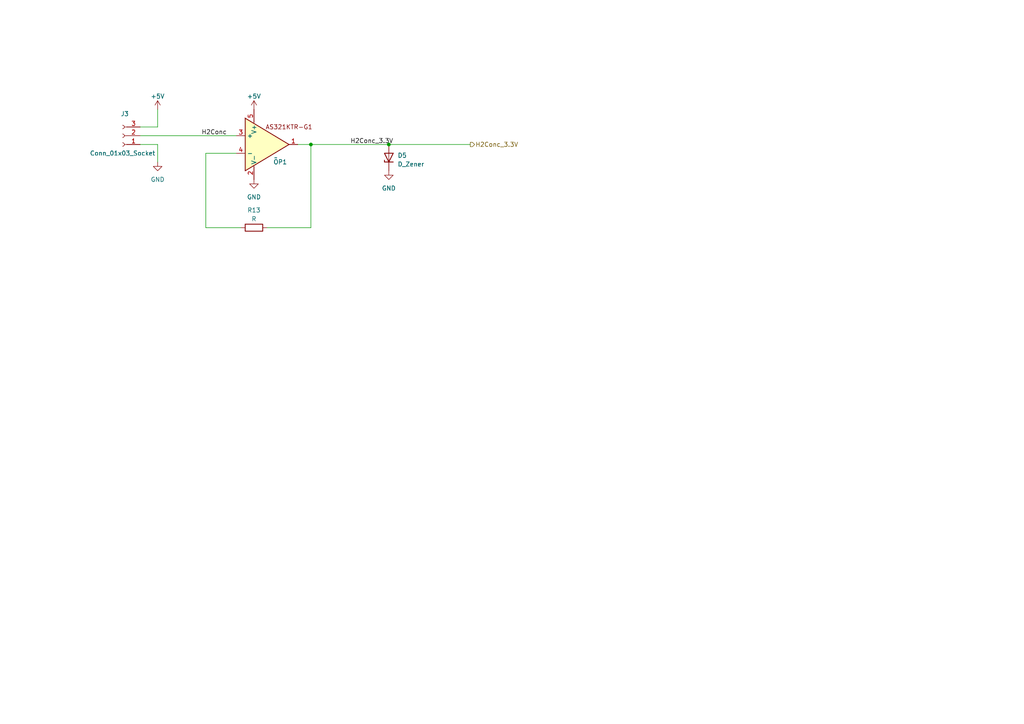
<source format=kicad_sch>
(kicad_sch (version 20230121) (generator eeschema)
  (paper "A4")
  (lib_symbols
    (symbol "Connector:Conn_01x03_Socket" (pin_names (offset 1.016) hide)
      (property "Reference" "J" (at 0 5.08 0))
      (property "Value" "Conn_01x03_Socket" (at 0 -5.08 0))
      (symbol "Conn_01x03_Socket_1_1"
        (arc (start 0 -2.032) (mid -0.5058 -2.54) (end 0 -3.048) (stroke (width 0.1524)))
        (polyline (pts (xy -1.27 -2.54) (xy -0.508 -2.54)) (stroke (width 0.1524)))
        (polyline (pts (xy -1.27 0) (xy -0.508 0)) (stroke (width 0.1524)))
        (polyline (pts (xy -1.27 2.54) (xy -0.508 2.54)) (stroke (width 0.1524)))
        (arc (start 0 0.508) (mid -0.5058 0) (end 0 -0.508) (stroke (width 0.1524)))
        (arc (start 0 3.048) (mid -0.5058 2.54) (end 0 2.032) (stroke (width 0.1524)))
        (pin passive line (at -5.08 2.54 0) (length 3.81) (name "Pin_1") (number "1"))
        (pin passive line (at -5.08 0 0) (length 3.81) (name "Pin_2") (number "2"))
        (pin passive line (at -5.08 -2.54 0) (length 3.81) (name "Pin_3") (number "3"))
      )
    )
    (symbol "Device:D_Zener" (pin_numbers hide) (pin_names (offset 1.016) hide)
      (property "Reference" "D" (at 0 2.54 0))
      (property "Value" "D_Zener" (at 0 -2.54 0))
      (symbol "D_Zener_0_1"
        (polyline (pts (xy 1.27 0) (xy -1.27 0)))
        (polyline (pts (xy -1.27 -1.27) (xy -1.27 1.27) (xy -0.762 1.27)) (stroke (width 0.254)))
        (polyline (pts (xy 1.27 -1.27) (xy 1.27 1.27) (xy -1.27 0) (xy 1.27 -1.27)) (stroke (width 0.254)))
      )
      (symbol "D_Zener_1_1"
        (pin passive line (at -3.81 0 0) (length 2.54) (name "K") (number "1"))
        (pin passive line (at 3.81 0 180) (length 2.54) (name "A") (number "2"))
      )
    )
    (symbol "Device:R" (pin_numbers hide) (pin_names (offset 0))
      (property "Reference" "R" (at 2.032 0 90))
      (property "Value" "R" (at 0 0 90))
      (symbol "R_0_1"
        (rectangle (start -1.016 -2.54) (end 1.016 2.54) (stroke (width 0.254)))
      )
      (symbol "R_1_1"
        (pin passive line (at 0 3.81 270) (length 1.27) (name "~") (number "1"))
        (pin passive line (at 0 -3.81 90) (length 1.27) (name "~") (number "2"))
      )
    )
    (symbol "H2_Parts:AS321KTR-G1"
      (property "Reference" "OP" (at 3.81 -3.81 0))
      (symbol "AS321KTR-G1_0_0"
        (text "AS321KTR-G1" (at 7.62 5.08 0) (effects (font (size 1.27 1.27))))
      )
      (symbol "AS321KTR-G1_0_1"
        (polyline (pts (xy -5.08 7.62) (xy 7.62 0) (xy -5.08 -7.62) (xy -5.08 7.62)) (stroke (width 0.254)) (fill (type background)))
        (pin power_in line (at -2.54 -10.16 90) (length 3.81) (name "V-") (number "2"))
        (pin power_in line (at -2.54 10.16 270) (length 3.81) (name "V+") (number "5"))
      )
      (symbol "AS321KTR-G1_1_1"
        (pin output line (at 10.16 0 180) (length 2.54) (name "~") (number "1"))
        (pin input line (at -7.62 2.54 0) (length 2.54) (name "+") (number "3"))
        (pin input line (at -7.62 -2.54 0) (length 2.54) (name "-") (number "4"))
      )
    )
    (symbol "power:+5V" (power) (pin_names (offset 0))
      (property "Value" "+5V" (at 0 3.556 0))
      (symbol "+5V_0_1"
        (polyline (pts (xy -0.762 1.27) (xy 0 2.54)))
        (polyline (pts (xy 0 0) (xy 0 2.54)))
        (polyline (pts (xy 0 2.54) (xy 0.762 1.27)))
      )
      (symbol "+5V_1_1"
        (pin power_in line (at 0 0 90) (length 0) hide (name "+5V") (number "1"))
      )
    )
    (symbol "power:GND" (power) (pin_names (offset 0))
      (property "Value" "GND" (at 0 -3.81 0))
      (symbol "GND_0_1"
        (polyline (pts (xy 0 0) (xy 0 -1.27) (xy 1.27 -1.27) (xy 0 -2.54) (xy -1.27 -1.27) (xy 0 -1.27)))
      )
      (symbol "GND_1_1"
        (pin power_in line (at 0 0 270) (length 0) hide (name "GND") (number "1"))
      )
    )
  )
  (junction (at 90.17 41.91))
  (junction (at 112.776 41.91))
  (wire (pts (xy 40.64 36.83) (xy 45.72 36.83)))
  (wire (pts (xy 112.776 41.91) (xy 136.398 41.91)))
  (wire (pts (xy 40.64 41.91) (xy 45.72 41.91)))
  (wire (pts (xy 59.69 66.04) (xy 69.85 66.04)))
  (wire (pts (xy 59.69 44.45) (xy 59.69 66.04)))
  (wire (pts (xy 45.72 31.75) (xy 45.72 36.83)))
  (wire (pts (xy 90.17 41.91) (xy 112.776 41.91)))
  (wire (pts (xy 90.17 66.04) (xy 90.17 41.91)))
  (wire (pts (xy 40.64 39.37) (xy 68.58 39.37)))
  (wire (pts (xy 45.72 41.91) (xy 45.72 46.99)))
  (wire (pts (xy 90.17 41.91) (xy 86.36 41.91)))
  (wire (pts (xy 77.47 66.04) (xy 90.17 66.04)))
  (wire (pts (xy 68.58 44.45) (xy 59.69 44.45)))
  (label "H2Conc" (at 58.42 39.37 0))
  (label "H2Conc_3.3V" (at 101.6 41.91 0))
  (hierarchical_label "H2Conc_3.3V" (shape output) (at 136.398 41.91 0))
  (symbol (lib_id "power:+5V") (at 45.72 31.75 0) (unit 1)
    (property "Reference" "#PWR038" (effects hide))
    (property "Value" "+5V" (at 45.72 27.94 0))
    (instances (project "H2 Sensor Board Lucy Rev 1" (path "" (reference "#PWR038") (unit 1)) (path "" (reference "#PWR037") (unit 1))))
  )
  (symbol (lib_id "power:GND") (at 112.776 49.53 0) (unit 1)
    (property "Reference" "#PWR02" (effects hide))
    (property "Value" "GND" (at 112.776 54.61 0))
  )
  (symbol (lib_id "Device:D_Zener") (at 112.776 45.72 90) (unit 1)
    (property "Reference" "D5" (at 115.316 45.085 90) (effects (justify right)))
    (property "Value" "D_Zener" (at 115.316 47.625 90) (effects (justify right)))
  )
  (symbol (lib_id "power:+5V") (at 73.66 31.75 0) (unit 1)
    (property "Reference" "#PWR038" (effects hide))
    (property "Value" "+5V" (at 73.66 27.94 0))
    (instances (project "H2 Sensor Board Lucy Rev 1" (path "" (reference "#PWR038") (unit 1)) (path "" (reference "#PWR01") (unit 1))))
  )
  (symbol (lib_id "power:GND") (at 73.66 52.07 0) (unit 1)
    (property "Reference" "#PWR039" (effects hide))
    (property "Value" "GND" (at 73.66 57.15 0))
  )
  (symbol (lib_id "Connector:Conn_01x03_Socket") (at 35.56 39.37 180) (unit 1)
    (property "Reference" "J3" (at 36.195 33.02 0))
    (property "Value" "Conn_01x03_Socket" (at 35.56 44.45 0))
  )
  (symbol (lib_id "Device:R") (at 73.66 66.04 90) (unit 1)
    (property "Reference" "R13" (at 73.66 60.96 90))
    (property "Value" "R" (at 73.66 63.5 90))
  )
  (symbol (lib_id "power:GND") (at 45.72 46.99 0) (unit 1)
    (property "Reference" "#PWR037" (effects hide))
    (property "Value" "GND" (at 45.72 52.07 0))
    (instances (project "H2 Sensor Board Lucy Rev 1" (path "" (reference "#PWR037") (unit 1)) (path "" (reference "#PWR038") (unit 1))))
  )
  (symbol (lib_id "H2_Parts:AS321KTR-G1") (at 76.2 41.91 0) (unit 1)
    (property "Reference" "OP1" (at 81.28 46.99 0))
    (property "Value" "~" (at 80.01 45.72 0))
  )
)
</source>
